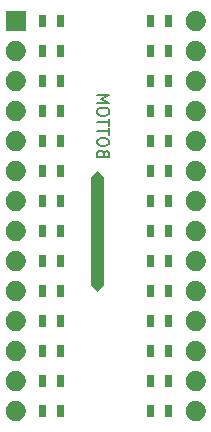
<source format=gbr>
G04 #@! TF.GenerationSoftware,KiCad,Pcbnew,(5.1.6)-1*
G04 #@! TF.CreationDate,2020-12-06T15:05:41+11:00*
G04 #@! TF.ProjectId,EAadaptor,45416164-6170-4746-9f72-2e6b69636164,rev?*
G04 #@! TF.SameCoordinates,Original*
G04 #@! TF.FileFunction,Soldermask,Bot*
G04 #@! TF.FilePolarity,Negative*
%FSLAX46Y46*%
G04 Gerber Fmt 4.6, Leading zero omitted, Abs format (unit mm)*
G04 Created by KiCad (PCBNEW (5.1.6)-1) date 2020-12-06 15:05:41*
%MOMM*%
%LPD*%
G01*
G04 APERTURE LIST*
%ADD10C,0.100000*%
%ADD11C,0.150000*%
G04 APERTURE END LIST*
D10*
G36*
X145034000Y-101346000D02*
G01*
X144526000Y-100838000D01*
X145542000Y-100838000D01*
X145034000Y-101346000D01*
G37*
X145034000Y-101346000D02*
X144526000Y-100838000D01*
X145542000Y-100838000D01*
X145034000Y-101346000D01*
G36*
X145542000Y-91694000D02*
G01*
X144526000Y-91694000D01*
X145034000Y-91186000D01*
X145542000Y-91694000D01*
G37*
X145542000Y-91694000D02*
X144526000Y-91694000D01*
X145034000Y-91186000D01*
X145542000Y-91694000D01*
G36*
X145542000Y-100838000D02*
G01*
X144526000Y-100838000D01*
X144526000Y-91694000D01*
X145542000Y-91694000D01*
X145542000Y-100838000D01*
G37*
X145542000Y-100838000D02*
X144526000Y-100838000D01*
X144526000Y-91694000D01*
X145542000Y-91694000D01*
X145542000Y-100838000D01*
D11*
X145613428Y-89685523D02*
X145565809Y-89542666D01*
X145518190Y-89495047D01*
X145422952Y-89447428D01*
X145280095Y-89447428D01*
X145184857Y-89495047D01*
X145137238Y-89542666D01*
X145089619Y-89637904D01*
X145089619Y-90018857D01*
X146089619Y-90018857D01*
X146089619Y-89685523D01*
X146042000Y-89590285D01*
X145994380Y-89542666D01*
X145899142Y-89495047D01*
X145803904Y-89495047D01*
X145708666Y-89542666D01*
X145661047Y-89590285D01*
X145613428Y-89685523D01*
X145613428Y-90018857D01*
X146089619Y-88828380D02*
X146089619Y-88637904D01*
X146042000Y-88542666D01*
X145946761Y-88447428D01*
X145756285Y-88399809D01*
X145422952Y-88399809D01*
X145232476Y-88447428D01*
X145137238Y-88542666D01*
X145089619Y-88637904D01*
X145089619Y-88828380D01*
X145137238Y-88923619D01*
X145232476Y-89018857D01*
X145422952Y-89066476D01*
X145756285Y-89066476D01*
X145946761Y-89018857D01*
X146042000Y-88923619D01*
X146089619Y-88828380D01*
X146089619Y-88114095D02*
X146089619Y-87542666D01*
X145089619Y-87828380D02*
X146089619Y-87828380D01*
X146089619Y-87352190D02*
X146089619Y-86780761D01*
X145089619Y-87066476D02*
X146089619Y-87066476D01*
X146089619Y-86256952D02*
X146089619Y-86066476D01*
X146042000Y-85971238D01*
X145946761Y-85876000D01*
X145756285Y-85828380D01*
X145422952Y-85828380D01*
X145232476Y-85876000D01*
X145137238Y-85971238D01*
X145089619Y-86066476D01*
X145089619Y-86256952D01*
X145137238Y-86352190D01*
X145232476Y-86447428D01*
X145422952Y-86495047D01*
X145756285Y-86495047D01*
X145946761Y-86447428D01*
X146042000Y-86352190D01*
X146089619Y-86256952D01*
X145089619Y-85399809D02*
X146089619Y-85399809D01*
X145375333Y-85066476D01*
X146089619Y-84733142D01*
X145089619Y-84733142D01*
D10*
G36*
X153664228Y-110687703D02*
G01*
X153819100Y-110751853D01*
X153958481Y-110844985D01*
X154077015Y-110963519D01*
X154170147Y-111102900D01*
X154234297Y-111257772D01*
X154267000Y-111422184D01*
X154267000Y-111589816D01*
X154234297Y-111754228D01*
X154170147Y-111909100D01*
X154077015Y-112048481D01*
X153958481Y-112167015D01*
X153819100Y-112260147D01*
X153664228Y-112324297D01*
X153499816Y-112357000D01*
X153332184Y-112357000D01*
X153167772Y-112324297D01*
X153012900Y-112260147D01*
X152873519Y-112167015D01*
X152754985Y-112048481D01*
X152661853Y-111909100D01*
X152597703Y-111754228D01*
X152565000Y-111589816D01*
X152565000Y-111422184D01*
X152597703Y-111257772D01*
X152661853Y-111102900D01*
X152754985Y-110963519D01*
X152873519Y-110844985D01*
X153012900Y-110751853D01*
X153167772Y-110687703D01*
X153332184Y-110655000D01*
X153499816Y-110655000D01*
X153664228Y-110687703D01*
G37*
G36*
X138424228Y-110687703D02*
G01*
X138579100Y-110751853D01*
X138718481Y-110844985D01*
X138837015Y-110963519D01*
X138930147Y-111102900D01*
X138994297Y-111257772D01*
X139027000Y-111422184D01*
X139027000Y-111589816D01*
X138994297Y-111754228D01*
X138930147Y-111909100D01*
X138837015Y-112048481D01*
X138718481Y-112167015D01*
X138579100Y-112260147D01*
X138424228Y-112324297D01*
X138259816Y-112357000D01*
X138092184Y-112357000D01*
X137927772Y-112324297D01*
X137772900Y-112260147D01*
X137633519Y-112167015D01*
X137514985Y-112048481D01*
X137421853Y-111909100D01*
X137357703Y-111754228D01*
X137325000Y-111589816D01*
X137325000Y-111422184D01*
X137357703Y-111257772D01*
X137421853Y-111102900D01*
X137514985Y-110963519D01*
X137633519Y-110844985D01*
X137772900Y-110751853D01*
X137927772Y-110687703D01*
X138092184Y-110655000D01*
X138259816Y-110655000D01*
X138424228Y-110687703D01*
G37*
G36*
X151419000Y-112007000D02*
G01*
X150817000Y-112007000D01*
X150817000Y-111005000D01*
X151419000Y-111005000D01*
X151419000Y-112007000D01*
G37*
G36*
X149919000Y-112007000D02*
G01*
X149317000Y-112007000D01*
X149317000Y-111005000D01*
X149919000Y-111005000D01*
X149919000Y-112007000D01*
G37*
G36*
X140775000Y-112007000D02*
G01*
X140173000Y-112007000D01*
X140173000Y-111005000D01*
X140775000Y-111005000D01*
X140775000Y-112007000D01*
G37*
G36*
X142275000Y-112007000D02*
G01*
X141673000Y-112007000D01*
X141673000Y-111005000D01*
X142275000Y-111005000D01*
X142275000Y-112007000D01*
G37*
G36*
X138424228Y-108147703D02*
G01*
X138579100Y-108211853D01*
X138718481Y-108304985D01*
X138837015Y-108423519D01*
X138930147Y-108562900D01*
X138994297Y-108717772D01*
X139027000Y-108882184D01*
X139027000Y-109049816D01*
X138994297Y-109214228D01*
X138930147Y-109369100D01*
X138837015Y-109508481D01*
X138718481Y-109627015D01*
X138579100Y-109720147D01*
X138424228Y-109784297D01*
X138259816Y-109817000D01*
X138092184Y-109817000D01*
X137927772Y-109784297D01*
X137772900Y-109720147D01*
X137633519Y-109627015D01*
X137514985Y-109508481D01*
X137421853Y-109369100D01*
X137357703Y-109214228D01*
X137325000Y-109049816D01*
X137325000Y-108882184D01*
X137357703Y-108717772D01*
X137421853Y-108562900D01*
X137514985Y-108423519D01*
X137633519Y-108304985D01*
X137772900Y-108211853D01*
X137927772Y-108147703D01*
X138092184Y-108115000D01*
X138259816Y-108115000D01*
X138424228Y-108147703D01*
G37*
G36*
X153664228Y-108147703D02*
G01*
X153819100Y-108211853D01*
X153958481Y-108304985D01*
X154077015Y-108423519D01*
X154170147Y-108562900D01*
X154234297Y-108717772D01*
X154267000Y-108882184D01*
X154267000Y-109049816D01*
X154234297Y-109214228D01*
X154170147Y-109369100D01*
X154077015Y-109508481D01*
X153958481Y-109627015D01*
X153819100Y-109720147D01*
X153664228Y-109784297D01*
X153499816Y-109817000D01*
X153332184Y-109817000D01*
X153167772Y-109784297D01*
X153012900Y-109720147D01*
X152873519Y-109627015D01*
X152754985Y-109508481D01*
X152661853Y-109369100D01*
X152597703Y-109214228D01*
X152565000Y-109049816D01*
X152565000Y-108882184D01*
X152597703Y-108717772D01*
X152661853Y-108562900D01*
X152754985Y-108423519D01*
X152873519Y-108304985D01*
X153012900Y-108211853D01*
X153167772Y-108147703D01*
X153332184Y-108115000D01*
X153499816Y-108115000D01*
X153664228Y-108147703D01*
G37*
G36*
X151419000Y-109467000D02*
G01*
X150817000Y-109467000D01*
X150817000Y-108465000D01*
X151419000Y-108465000D01*
X151419000Y-109467000D01*
G37*
G36*
X149919000Y-109467000D02*
G01*
X149317000Y-109467000D01*
X149317000Y-108465000D01*
X149919000Y-108465000D01*
X149919000Y-109467000D01*
G37*
G36*
X140775000Y-109467000D02*
G01*
X140173000Y-109467000D01*
X140173000Y-108465000D01*
X140775000Y-108465000D01*
X140775000Y-109467000D01*
G37*
G36*
X142275000Y-109467000D02*
G01*
X141673000Y-109467000D01*
X141673000Y-108465000D01*
X142275000Y-108465000D01*
X142275000Y-109467000D01*
G37*
G36*
X138424228Y-105607703D02*
G01*
X138579100Y-105671853D01*
X138718481Y-105764985D01*
X138837015Y-105883519D01*
X138930147Y-106022900D01*
X138994297Y-106177772D01*
X139027000Y-106342184D01*
X139027000Y-106509816D01*
X138994297Y-106674228D01*
X138930147Y-106829100D01*
X138837015Y-106968481D01*
X138718481Y-107087015D01*
X138579100Y-107180147D01*
X138424228Y-107244297D01*
X138259816Y-107277000D01*
X138092184Y-107277000D01*
X137927772Y-107244297D01*
X137772900Y-107180147D01*
X137633519Y-107087015D01*
X137514985Y-106968481D01*
X137421853Y-106829100D01*
X137357703Y-106674228D01*
X137325000Y-106509816D01*
X137325000Y-106342184D01*
X137357703Y-106177772D01*
X137421853Y-106022900D01*
X137514985Y-105883519D01*
X137633519Y-105764985D01*
X137772900Y-105671853D01*
X137927772Y-105607703D01*
X138092184Y-105575000D01*
X138259816Y-105575000D01*
X138424228Y-105607703D01*
G37*
G36*
X153664228Y-105607703D02*
G01*
X153819100Y-105671853D01*
X153958481Y-105764985D01*
X154077015Y-105883519D01*
X154170147Y-106022900D01*
X154234297Y-106177772D01*
X154267000Y-106342184D01*
X154267000Y-106509816D01*
X154234297Y-106674228D01*
X154170147Y-106829100D01*
X154077015Y-106968481D01*
X153958481Y-107087015D01*
X153819100Y-107180147D01*
X153664228Y-107244297D01*
X153499816Y-107277000D01*
X153332184Y-107277000D01*
X153167772Y-107244297D01*
X153012900Y-107180147D01*
X152873519Y-107087015D01*
X152754985Y-106968481D01*
X152661853Y-106829100D01*
X152597703Y-106674228D01*
X152565000Y-106509816D01*
X152565000Y-106342184D01*
X152597703Y-106177772D01*
X152661853Y-106022900D01*
X152754985Y-105883519D01*
X152873519Y-105764985D01*
X153012900Y-105671853D01*
X153167772Y-105607703D01*
X153332184Y-105575000D01*
X153499816Y-105575000D01*
X153664228Y-105607703D01*
G37*
G36*
X142275000Y-106927000D02*
G01*
X141673000Y-106927000D01*
X141673000Y-105925000D01*
X142275000Y-105925000D01*
X142275000Y-106927000D01*
G37*
G36*
X140775000Y-106927000D02*
G01*
X140173000Y-106927000D01*
X140173000Y-105925000D01*
X140775000Y-105925000D01*
X140775000Y-106927000D01*
G37*
G36*
X149919000Y-106927000D02*
G01*
X149317000Y-106927000D01*
X149317000Y-105925000D01*
X149919000Y-105925000D01*
X149919000Y-106927000D01*
G37*
G36*
X151419000Y-106927000D02*
G01*
X150817000Y-106927000D01*
X150817000Y-105925000D01*
X151419000Y-105925000D01*
X151419000Y-106927000D01*
G37*
G36*
X138424228Y-103067703D02*
G01*
X138579100Y-103131853D01*
X138718481Y-103224985D01*
X138837015Y-103343519D01*
X138930147Y-103482900D01*
X138994297Y-103637772D01*
X139027000Y-103802184D01*
X139027000Y-103969816D01*
X138994297Y-104134228D01*
X138930147Y-104289100D01*
X138837015Y-104428481D01*
X138718481Y-104547015D01*
X138579100Y-104640147D01*
X138424228Y-104704297D01*
X138259816Y-104737000D01*
X138092184Y-104737000D01*
X137927772Y-104704297D01*
X137772900Y-104640147D01*
X137633519Y-104547015D01*
X137514985Y-104428481D01*
X137421853Y-104289100D01*
X137357703Y-104134228D01*
X137325000Y-103969816D01*
X137325000Y-103802184D01*
X137357703Y-103637772D01*
X137421853Y-103482900D01*
X137514985Y-103343519D01*
X137633519Y-103224985D01*
X137772900Y-103131853D01*
X137927772Y-103067703D01*
X138092184Y-103035000D01*
X138259816Y-103035000D01*
X138424228Y-103067703D01*
G37*
G36*
X153664228Y-103067703D02*
G01*
X153819100Y-103131853D01*
X153958481Y-103224985D01*
X154077015Y-103343519D01*
X154170147Y-103482900D01*
X154234297Y-103637772D01*
X154267000Y-103802184D01*
X154267000Y-103969816D01*
X154234297Y-104134228D01*
X154170147Y-104289100D01*
X154077015Y-104428481D01*
X153958481Y-104547015D01*
X153819100Y-104640147D01*
X153664228Y-104704297D01*
X153499816Y-104737000D01*
X153332184Y-104737000D01*
X153167772Y-104704297D01*
X153012900Y-104640147D01*
X152873519Y-104547015D01*
X152754985Y-104428481D01*
X152661853Y-104289100D01*
X152597703Y-104134228D01*
X152565000Y-103969816D01*
X152565000Y-103802184D01*
X152597703Y-103637772D01*
X152661853Y-103482900D01*
X152754985Y-103343519D01*
X152873519Y-103224985D01*
X153012900Y-103131853D01*
X153167772Y-103067703D01*
X153332184Y-103035000D01*
X153499816Y-103035000D01*
X153664228Y-103067703D01*
G37*
G36*
X149919000Y-104387000D02*
G01*
X149317000Y-104387000D01*
X149317000Y-103385000D01*
X149919000Y-103385000D01*
X149919000Y-104387000D01*
G37*
G36*
X140775000Y-104387000D02*
G01*
X140173000Y-104387000D01*
X140173000Y-103385000D01*
X140775000Y-103385000D01*
X140775000Y-104387000D01*
G37*
G36*
X151419000Y-104387000D02*
G01*
X150817000Y-104387000D01*
X150817000Y-103385000D01*
X151419000Y-103385000D01*
X151419000Y-104387000D01*
G37*
G36*
X142275000Y-104387000D02*
G01*
X141673000Y-104387000D01*
X141673000Y-103385000D01*
X142275000Y-103385000D01*
X142275000Y-104387000D01*
G37*
G36*
X138424228Y-100527703D02*
G01*
X138579100Y-100591853D01*
X138718481Y-100684985D01*
X138837015Y-100803519D01*
X138930147Y-100942900D01*
X138994297Y-101097772D01*
X139027000Y-101262184D01*
X139027000Y-101429816D01*
X138994297Y-101594228D01*
X138930147Y-101749100D01*
X138837015Y-101888481D01*
X138718481Y-102007015D01*
X138579100Y-102100147D01*
X138424228Y-102164297D01*
X138259816Y-102197000D01*
X138092184Y-102197000D01*
X137927772Y-102164297D01*
X137772900Y-102100147D01*
X137633519Y-102007015D01*
X137514985Y-101888481D01*
X137421853Y-101749100D01*
X137357703Y-101594228D01*
X137325000Y-101429816D01*
X137325000Y-101262184D01*
X137357703Y-101097772D01*
X137421853Y-100942900D01*
X137514985Y-100803519D01*
X137633519Y-100684985D01*
X137772900Y-100591853D01*
X137927772Y-100527703D01*
X138092184Y-100495000D01*
X138259816Y-100495000D01*
X138424228Y-100527703D01*
G37*
G36*
X153664228Y-100527703D02*
G01*
X153819100Y-100591853D01*
X153958481Y-100684985D01*
X154077015Y-100803519D01*
X154170147Y-100942900D01*
X154234297Y-101097772D01*
X154267000Y-101262184D01*
X154267000Y-101429816D01*
X154234297Y-101594228D01*
X154170147Y-101749100D01*
X154077015Y-101888481D01*
X153958481Y-102007015D01*
X153819100Y-102100147D01*
X153664228Y-102164297D01*
X153499816Y-102197000D01*
X153332184Y-102197000D01*
X153167772Y-102164297D01*
X153012900Y-102100147D01*
X152873519Y-102007015D01*
X152754985Y-101888481D01*
X152661853Y-101749100D01*
X152597703Y-101594228D01*
X152565000Y-101429816D01*
X152565000Y-101262184D01*
X152597703Y-101097772D01*
X152661853Y-100942900D01*
X152754985Y-100803519D01*
X152873519Y-100684985D01*
X153012900Y-100591853D01*
X153167772Y-100527703D01*
X153332184Y-100495000D01*
X153499816Y-100495000D01*
X153664228Y-100527703D01*
G37*
G36*
X149919000Y-101847000D02*
G01*
X149317000Y-101847000D01*
X149317000Y-100845000D01*
X149919000Y-100845000D01*
X149919000Y-101847000D01*
G37*
G36*
X142275000Y-101847000D02*
G01*
X141673000Y-101847000D01*
X141673000Y-100845000D01*
X142275000Y-100845000D01*
X142275000Y-101847000D01*
G37*
G36*
X140775000Y-101847000D02*
G01*
X140173000Y-101847000D01*
X140173000Y-100845000D01*
X140775000Y-100845000D01*
X140775000Y-101847000D01*
G37*
G36*
X151419000Y-101847000D02*
G01*
X150817000Y-101847000D01*
X150817000Y-100845000D01*
X151419000Y-100845000D01*
X151419000Y-101847000D01*
G37*
G36*
X153664228Y-97987703D02*
G01*
X153819100Y-98051853D01*
X153958481Y-98144985D01*
X154077015Y-98263519D01*
X154170147Y-98402900D01*
X154234297Y-98557772D01*
X154267000Y-98722184D01*
X154267000Y-98889816D01*
X154234297Y-99054228D01*
X154170147Y-99209100D01*
X154077015Y-99348481D01*
X153958481Y-99467015D01*
X153819100Y-99560147D01*
X153664228Y-99624297D01*
X153499816Y-99657000D01*
X153332184Y-99657000D01*
X153167772Y-99624297D01*
X153012900Y-99560147D01*
X152873519Y-99467015D01*
X152754985Y-99348481D01*
X152661853Y-99209100D01*
X152597703Y-99054228D01*
X152565000Y-98889816D01*
X152565000Y-98722184D01*
X152597703Y-98557772D01*
X152661853Y-98402900D01*
X152754985Y-98263519D01*
X152873519Y-98144985D01*
X153012900Y-98051853D01*
X153167772Y-97987703D01*
X153332184Y-97955000D01*
X153499816Y-97955000D01*
X153664228Y-97987703D01*
G37*
G36*
X138424228Y-97987703D02*
G01*
X138579100Y-98051853D01*
X138718481Y-98144985D01*
X138837015Y-98263519D01*
X138930147Y-98402900D01*
X138994297Y-98557772D01*
X139027000Y-98722184D01*
X139027000Y-98889816D01*
X138994297Y-99054228D01*
X138930147Y-99209100D01*
X138837015Y-99348481D01*
X138718481Y-99467015D01*
X138579100Y-99560147D01*
X138424228Y-99624297D01*
X138259816Y-99657000D01*
X138092184Y-99657000D01*
X137927772Y-99624297D01*
X137772900Y-99560147D01*
X137633519Y-99467015D01*
X137514985Y-99348481D01*
X137421853Y-99209100D01*
X137357703Y-99054228D01*
X137325000Y-98889816D01*
X137325000Y-98722184D01*
X137357703Y-98557772D01*
X137421853Y-98402900D01*
X137514985Y-98263519D01*
X137633519Y-98144985D01*
X137772900Y-98051853D01*
X137927772Y-97987703D01*
X138092184Y-97955000D01*
X138259816Y-97955000D01*
X138424228Y-97987703D01*
G37*
G36*
X149919000Y-99307000D02*
G01*
X149317000Y-99307000D01*
X149317000Y-98305000D01*
X149919000Y-98305000D01*
X149919000Y-99307000D01*
G37*
G36*
X140775000Y-99307000D02*
G01*
X140173000Y-99307000D01*
X140173000Y-98305000D01*
X140775000Y-98305000D01*
X140775000Y-99307000D01*
G37*
G36*
X142275000Y-99307000D02*
G01*
X141673000Y-99307000D01*
X141673000Y-98305000D01*
X142275000Y-98305000D01*
X142275000Y-99307000D01*
G37*
G36*
X151419000Y-99307000D02*
G01*
X150817000Y-99307000D01*
X150817000Y-98305000D01*
X151419000Y-98305000D01*
X151419000Y-99307000D01*
G37*
G36*
X153664228Y-95447703D02*
G01*
X153819100Y-95511853D01*
X153958481Y-95604985D01*
X154077015Y-95723519D01*
X154170147Y-95862900D01*
X154234297Y-96017772D01*
X154267000Y-96182184D01*
X154267000Y-96349816D01*
X154234297Y-96514228D01*
X154170147Y-96669100D01*
X154077015Y-96808481D01*
X153958481Y-96927015D01*
X153819100Y-97020147D01*
X153664228Y-97084297D01*
X153499816Y-97117000D01*
X153332184Y-97117000D01*
X153167772Y-97084297D01*
X153012900Y-97020147D01*
X152873519Y-96927015D01*
X152754985Y-96808481D01*
X152661853Y-96669100D01*
X152597703Y-96514228D01*
X152565000Y-96349816D01*
X152565000Y-96182184D01*
X152597703Y-96017772D01*
X152661853Y-95862900D01*
X152754985Y-95723519D01*
X152873519Y-95604985D01*
X153012900Y-95511853D01*
X153167772Y-95447703D01*
X153332184Y-95415000D01*
X153499816Y-95415000D01*
X153664228Y-95447703D01*
G37*
G36*
X138424228Y-95447703D02*
G01*
X138579100Y-95511853D01*
X138718481Y-95604985D01*
X138837015Y-95723519D01*
X138930147Y-95862900D01*
X138994297Y-96017772D01*
X139027000Y-96182184D01*
X139027000Y-96349816D01*
X138994297Y-96514228D01*
X138930147Y-96669100D01*
X138837015Y-96808481D01*
X138718481Y-96927015D01*
X138579100Y-97020147D01*
X138424228Y-97084297D01*
X138259816Y-97117000D01*
X138092184Y-97117000D01*
X137927772Y-97084297D01*
X137772900Y-97020147D01*
X137633519Y-96927015D01*
X137514985Y-96808481D01*
X137421853Y-96669100D01*
X137357703Y-96514228D01*
X137325000Y-96349816D01*
X137325000Y-96182184D01*
X137357703Y-96017772D01*
X137421853Y-95862900D01*
X137514985Y-95723519D01*
X137633519Y-95604985D01*
X137772900Y-95511853D01*
X137927772Y-95447703D01*
X138092184Y-95415000D01*
X138259816Y-95415000D01*
X138424228Y-95447703D01*
G37*
G36*
X149919000Y-96767000D02*
G01*
X149317000Y-96767000D01*
X149317000Y-95765000D01*
X149919000Y-95765000D01*
X149919000Y-96767000D01*
G37*
G36*
X151419000Y-96767000D02*
G01*
X150817000Y-96767000D01*
X150817000Y-95765000D01*
X151419000Y-95765000D01*
X151419000Y-96767000D01*
G37*
G36*
X142275000Y-96767000D02*
G01*
X141673000Y-96767000D01*
X141673000Y-95765000D01*
X142275000Y-95765000D01*
X142275000Y-96767000D01*
G37*
G36*
X140775000Y-96767000D02*
G01*
X140173000Y-96767000D01*
X140173000Y-95765000D01*
X140775000Y-95765000D01*
X140775000Y-96767000D01*
G37*
G36*
X138424228Y-92907703D02*
G01*
X138579100Y-92971853D01*
X138718481Y-93064985D01*
X138837015Y-93183519D01*
X138930147Y-93322900D01*
X138994297Y-93477772D01*
X139027000Y-93642184D01*
X139027000Y-93809816D01*
X138994297Y-93974228D01*
X138930147Y-94129100D01*
X138837015Y-94268481D01*
X138718481Y-94387015D01*
X138579100Y-94480147D01*
X138424228Y-94544297D01*
X138259816Y-94577000D01*
X138092184Y-94577000D01*
X137927772Y-94544297D01*
X137772900Y-94480147D01*
X137633519Y-94387015D01*
X137514985Y-94268481D01*
X137421853Y-94129100D01*
X137357703Y-93974228D01*
X137325000Y-93809816D01*
X137325000Y-93642184D01*
X137357703Y-93477772D01*
X137421853Y-93322900D01*
X137514985Y-93183519D01*
X137633519Y-93064985D01*
X137772900Y-92971853D01*
X137927772Y-92907703D01*
X138092184Y-92875000D01*
X138259816Y-92875000D01*
X138424228Y-92907703D01*
G37*
G36*
X153664228Y-92907703D02*
G01*
X153819100Y-92971853D01*
X153958481Y-93064985D01*
X154077015Y-93183519D01*
X154170147Y-93322900D01*
X154234297Y-93477772D01*
X154267000Y-93642184D01*
X154267000Y-93809816D01*
X154234297Y-93974228D01*
X154170147Y-94129100D01*
X154077015Y-94268481D01*
X153958481Y-94387015D01*
X153819100Y-94480147D01*
X153664228Y-94544297D01*
X153499816Y-94577000D01*
X153332184Y-94577000D01*
X153167772Y-94544297D01*
X153012900Y-94480147D01*
X152873519Y-94387015D01*
X152754985Y-94268481D01*
X152661853Y-94129100D01*
X152597703Y-93974228D01*
X152565000Y-93809816D01*
X152565000Y-93642184D01*
X152597703Y-93477772D01*
X152661853Y-93322900D01*
X152754985Y-93183519D01*
X152873519Y-93064985D01*
X153012900Y-92971853D01*
X153167772Y-92907703D01*
X153332184Y-92875000D01*
X153499816Y-92875000D01*
X153664228Y-92907703D01*
G37*
G36*
X151419000Y-94227000D02*
G01*
X150817000Y-94227000D01*
X150817000Y-93225000D01*
X151419000Y-93225000D01*
X151419000Y-94227000D01*
G37*
G36*
X140775000Y-94227000D02*
G01*
X140173000Y-94227000D01*
X140173000Y-93225000D01*
X140775000Y-93225000D01*
X140775000Y-94227000D01*
G37*
G36*
X149919000Y-94227000D02*
G01*
X149317000Y-94227000D01*
X149317000Y-93225000D01*
X149919000Y-93225000D01*
X149919000Y-94227000D01*
G37*
G36*
X142275000Y-94227000D02*
G01*
X141673000Y-94227000D01*
X141673000Y-93225000D01*
X142275000Y-93225000D01*
X142275000Y-94227000D01*
G37*
G36*
X153664228Y-90367703D02*
G01*
X153819100Y-90431853D01*
X153958481Y-90524985D01*
X154077015Y-90643519D01*
X154170147Y-90782900D01*
X154234297Y-90937772D01*
X154267000Y-91102184D01*
X154267000Y-91269816D01*
X154234297Y-91434228D01*
X154170147Y-91589100D01*
X154077015Y-91728481D01*
X153958481Y-91847015D01*
X153819100Y-91940147D01*
X153664228Y-92004297D01*
X153499816Y-92037000D01*
X153332184Y-92037000D01*
X153167772Y-92004297D01*
X153012900Y-91940147D01*
X152873519Y-91847015D01*
X152754985Y-91728481D01*
X152661853Y-91589100D01*
X152597703Y-91434228D01*
X152565000Y-91269816D01*
X152565000Y-91102184D01*
X152597703Y-90937772D01*
X152661853Y-90782900D01*
X152754985Y-90643519D01*
X152873519Y-90524985D01*
X153012900Y-90431853D01*
X153167772Y-90367703D01*
X153332184Y-90335000D01*
X153499816Y-90335000D01*
X153664228Y-90367703D01*
G37*
G36*
X138424228Y-90367703D02*
G01*
X138579100Y-90431853D01*
X138718481Y-90524985D01*
X138837015Y-90643519D01*
X138930147Y-90782900D01*
X138994297Y-90937772D01*
X139027000Y-91102184D01*
X139027000Y-91269816D01*
X138994297Y-91434228D01*
X138930147Y-91589100D01*
X138837015Y-91728481D01*
X138718481Y-91847015D01*
X138579100Y-91940147D01*
X138424228Y-92004297D01*
X138259816Y-92037000D01*
X138092184Y-92037000D01*
X137927772Y-92004297D01*
X137772900Y-91940147D01*
X137633519Y-91847015D01*
X137514985Y-91728481D01*
X137421853Y-91589100D01*
X137357703Y-91434228D01*
X137325000Y-91269816D01*
X137325000Y-91102184D01*
X137357703Y-90937772D01*
X137421853Y-90782900D01*
X137514985Y-90643519D01*
X137633519Y-90524985D01*
X137772900Y-90431853D01*
X137927772Y-90367703D01*
X138092184Y-90335000D01*
X138259816Y-90335000D01*
X138424228Y-90367703D01*
G37*
G36*
X140775000Y-91687000D02*
G01*
X140173000Y-91687000D01*
X140173000Y-90685000D01*
X140775000Y-90685000D01*
X140775000Y-91687000D01*
G37*
G36*
X151419000Y-91687000D02*
G01*
X150817000Y-91687000D01*
X150817000Y-90685000D01*
X151419000Y-90685000D01*
X151419000Y-91687000D01*
G37*
G36*
X149919000Y-91687000D02*
G01*
X149317000Y-91687000D01*
X149317000Y-90685000D01*
X149919000Y-90685000D01*
X149919000Y-91687000D01*
G37*
G36*
X142275000Y-91687000D02*
G01*
X141673000Y-91687000D01*
X141673000Y-90685000D01*
X142275000Y-90685000D01*
X142275000Y-91687000D01*
G37*
G36*
X138424228Y-87827703D02*
G01*
X138579100Y-87891853D01*
X138718481Y-87984985D01*
X138837015Y-88103519D01*
X138930147Y-88242900D01*
X138994297Y-88397772D01*
X139027000Y-88562184D01*
X139027000Y-88729816D01*
X138994297Y-88894228D01*
X138930147Y-89049100D01*
X138837015Y-89188481D01*
X138718481Y-89307015D01*
X138579100Y-89400147D01*
X138424228Y-89464297D01*
X138259816Y-89497000D01*
X138092184Y-89497000D01*
X137927772Y-89464297D01*
X137772900Y-89400147D01*
X137633519Y-89307015D01*
X137514985Y-89188481D01*
X137421853Y-89049100D01*
X137357703Y-88894228D01*
X137325000Y-88729816D01*
X137325000Y-88562184D01*
X137357703Y-88397772D01*
X137421853Y-88242900D01*
X137514985Y-88103519D01*
X137633519Y-87984985D01*
X137772900Y-87891853D01*
X137927772Y-87827703D01*
X138092184Y-87795000D01*
X138259816Y-87795000D01*
X138424228Y-87827703D01*
G37*
G36*
X153664228Y-87827703D02*
G01*
X153819100Y-87891853D01*
X153958481Y-87984985D01*
X154077015Y-88103519D01*
X154170147Y-88242900D01*
X154234297Y-88397772D01*
X154267000Y-88562184D01*
X154267000Y-88729816D01*
X154234297Y-88894228D01*
X154170147Y-89049100D01*
X154077015Y-89188481D01*
X153958481Y-89307015D01*
X153819100Y-89400147D01*
X153664228Y-89464297D01*
X153499816Y-89497000D01*
X153332184Y-89497000D01*
X153167772Y-89464297D01*
X153012900Y-89400147D01*
X152873519Y-89307015D01*
X152754985Y-89188481D01*
X152661853Y-89049100D01*
X152597703Y-88894228D01*
X152565000Y-88729816D01*
X152565000Y-88562184D01*
X152597703Y-88397772D01*
X152661853Y-88242900D01*
X152754985Y-88103519D01*
X152873519Y-87984985D01*
X153012900Y-87891853D01*
X153167772Y-87827703D01*
X153332184Y-87795000D01*
X153499816Y-87795000D01*
X153664228Y-87827703D01*
G37*
G36*
X149919000Y-89147000D02*
G01*
X149317000Y-89147000D01*
X149317000Y-88145000D01*
X149919000Y-88145000D01*
X149919000Y-89147000D01*
G37*
G36*
X142275000Y-89147000D02*
G01*
X141673000Y-89147000D01*
X141673000Y-88145000D01*
X142275000Y-88145000D01*
X142275000Y-89147000D01*
G37*
G36*
X140775000Y-89147000D02*
G01*
X140173000Y-89147000D01*
X140173000Y-88145000D01*
X140775000Y-88145000D01*
X140775000Y-89147000D01*
G37*
G36*
X151419000Y-89147000D02*
G01*
X150817000Y-89147000D01*
X150817000Y-88145000D01*
X151419000Y-88145000D01*
X151419000Y-89147000D01*
G37*
G36*
X153664228Y-85287703D02*
G01*
X153819100Y-85351853D01*
X153958481Y-85444985D01*
X154077015Y-85563519D01*
X154170147Y-85702900D01*
X154234297Y-85857772D01*
X154267000Y-86022184D01*
X154267000Y-86189816D01*
X154234297Y-86354228D01*
X154170147Y-86509100D01*
X154077015Y-86648481D01*
X153958481Y-86767015D01*
X153819100Y-86860147D01*
X153664228Y-86924297D01*
X153499816Y-86957000D01*
X153332184Y-86957000D01*
X153167772Y-86924297D01*
X153012900Y-86860147D01*
X152873519Y-86767015D01*
X152754985Y-86648481D01*
X152661853Y-86509100D01*
X152597703Y-86354228D01*
X152565000Y-86189816D01*
X152565000Y-86022184D01*
X152597703Y-85857772D01*
X152661853Y-85702900D01*
X152754985Y-85563519D01*
X152873519Y-85444985D01*
X153012900Y-85351853D01*
X153167772Y-85287703D01*
X153332184Y-85255000D01*
X153499816Y-85255000D01*
X153664228Y-85287703D01*
G37*
G36*
X138424228Y-85287703D02*
G01*
X138579100Y-85351853D01*
X138718481Y-85444985D01*
X138837015Y-85563519D01*
X138930147Y-85702900D01*
X138994297Y-85857772D01*
X139027000Y-86022184D01*
X139027000Y-86189816D01*
X138994297Y-86354228D01*
X138930147Y-86509100D01*
X138837015Y-86648481D01*
X138718481Y-86767015D01*
X138579100Y-86860147D01*
X138424228Y-86924297D01*
X138259816Y-86957000D01*
X138092184Y-86957000D01*
X137927772Y-86924297D01*
X137772900Y-86860147D01*
X137633519Y-86767015D01*
X137514985Y-86648481D01*
X137421853Y-86509100D01*
X137357703Y-86354228D01*
X137325000Y-86189816D01*
X137325000Y-86022184D01*
X137357703Y-85857772D01*
X137421853Y-85702900D01*
X137514985Y-85563519D01*
X137633519Y-85444985D01*
X137772900Y-85351853D01*
X137927772Y-85287703D01*
X138092184Y-85255000D01*
X138259816Y-85255000D01*
X138424228Y-85287703D01*
G37*
G36*
X151419000Y-86607000D02*
G01*
X150817000Y-86607000D01*
X150817000Y-85605000D01*
X151419000Y-85605000D01*
X151419000Y-86607000D01*
G37*
G36*
X140775000Y-86607000D02*
G01*
X140173000Y-86607000D01*
X140173000Y-85605000D01*
X140775000Y-85605000D01*
X140775000Y-86607000D01*
G37*
G36*
X142275000Y-86607000D02*
G01*
X141673000Y-86607000D01*
X141673000Y-85605000D01*
X142275000Y-85605000D01*
X142275000Y-86607000D01*
G37*
G36*
X149919000Y-86607000D02*
G01*
X149317000Y-86607000D01*
X149317000Y-85605000D01*
X149919000Y-85605000D01*
X149919000Y-86607000D01*
G37*
G36*
X153664228Y-82747703D02*
G01*
X153819100Y-82811853D01*
X153958481Y-82904985D01*
X154077015Y-83023519D01*
X154170147Y-83162900D01*
X154234297Y-83317772D01*
X154267000Y-83482184D01*
X154267000Y-83649816D01*
X154234297Y-83814228D01*
X154170147Y-83969100D01*
X154077015Y-84108481D01*
X153958481Y-84227015D01*
X153819100Y-84320147D01*
X153664228Y-84384297D01*
X153499816Y-84417000D01*
X153332184Y-84417000D01*
X153167772Y-84384297D01*
X153012900Y-84320147D01*
X152873519Y-84227015D01*
X152754985Y-84108481D01*
X152661853Y-83969100D01*
X152597703Y-83814228D01*
X152565000Y-83649816D01*
X152565000Y-83482184D01*
X152597703Y-83317772D01*
X152661853Y-83162900D01*
X152754985Y-83023519D01*
X152873519Y-82904985D01*
X153012900Y-82811853D01*
X153167772Y-82747703D01*
X153332184Y-82715000D01*
X153499816Y-82715000D01*
X153664228Y-82747703D01*
G37*
G36*
X138424228Y-82747703D02*
G01*
X138579100Y-82811853D01*
X138718481Y-82904985D01*
X138837015Y-83023519D01*
X138930147Y-83162900D01*
X138994297Y-83317772D01*
X139027000Y-83482184D01*
X139027000Y-83649816D01*
X138994297Y-83814228D01*
X138930147Y-83969100D01*
X138837015Y-84108481D01*
X138718481Y-84227015D01*
X138579100Y-84320147D01*
X138424228Y-84384297D01*
X138259816Y-84417000D01*
X138092184Y-84417000D01*
X137927772Y-84384297D01*
X137772900Y-84320147D01*
X137633519Y-84227015D01*
X137514985Y-84108481D01*
X137421853Y-83969100D01*
X137357703Y-83814228D01*
X137325000Y-83649816D01*
X137325000Y-83482184D01*
X137357703Y-83317772D01*
X137421853Y-83162900D01*
X137514985Y-83023519D01*
X137633519Y-82904985D01*
X137772900Y-82811853D01*
X137927772Y-82747703D01*
X138092184Y-82715000D01*
X138259816Y-82715000D01*
X138424228Y-82747703D01*
G37*
G36*
X140775000Y-84067000D02*
G01*
X140173000Y-84067000D01*
X140173000Y-83065000D01*
X140775000Y-83065000D01*
X140775000Y-84067000D01*
G37*
G36*
X151419000Y-84067000D02*
G01*
X150817000Y-84067000D01*
X150817000Y-83065000D01*
X151419000Y-83065000D01*
X151419000Y-84067000D01*
G37*
G36*
X149919000Y-84067000D02*
G01*
X149317000Y-84067000D01*
X149317000Y-83065000D01*
X149919000Y-83065000D01*
X149919000Y-84067000D01*
G37*
G36*
X142275000Y-84067000D02*
G01*
X141673000Y-84067000D01*
X141673000Y-83065000D01*
X142275000Y-83065000D01*
X142275000Y-84067000D01*
G37*
G36*
X153664228Y-80207703D02*
G01*
X153819100Y-80271853D01*
X153958481Y-80364985D01*
X154077015Y-80483519D01*
X154170147Y-80622900D01*
X154234297Y-80777772D01*
X154267000Y-80942184D01*
X154267000Y-81109816D01*
X154234297Y-81274228D01*
X154170147Y-81429100D01*
X154077015Y-81568481D01*
X153958481Y-81687015D01*
X153819100Y-81780147D01*
X153664228Y-81844297D01*
X153499816Y-81877000D01*
X153332184Y-81877000D01*
X153167772Y-81844297D01*
X153012900Y-81780147D01*
X152873519Y-81687015D01*
X152754985Y-81568481D01*
X152661853Y-81429100D01*
X152597703Y-81274228D01*
X152565000Y-81109816D01*
X152565000Y-80942184D01*
X152597703Y-80777772D01*
X152661853Y-80622900D01*
X152754985Y-80483519D01*
X152873519Y-80364985D01*
X153012900Y-80271853D01*
X153167772Y-80207703D01*
X153332184Y-80175000D01*
X153499816Y-80175000D01*
X153664228Y-80207703D01*
G37*
G36*
X138424228Y-80207703D02*
G01*
X138579100Y-80271853D01*
X138718481Y-80364985D01*
X138837015Y-80483519D01*
X138930147Y-80622900D01*
X138994297Y-80777772D01*
X139027000Y-80942184D01*
X139027000Y-81109816D01*
X138994297Y-81274228D01*
X138930147Y-81429100D01*
X138837015Y-81568481D01*
X138718481Y-81687015D01*
X138579100Y-81780147D01*
X138424228Y-81844297D01*
X138259816Y-81877000D01*
X138092184Y-81877000D01*
X137927772Y-81844297D01*
X137772900Y-81780147D01*
X137633519Y-81687015D01*
X137514985Y-81568481D01*
X137421853Y-81429100D01*
X137357703Y-81274228D01*
X137325000Y-81109816D01*
X137325000Y-80942184D01*
X137357703Y-80777772D01*
X137421853Y-80622900D01*
X137514985Y-80483519D01*
X137633519Y-80364985D01*
X137772900Y-80271853D01*
X137927772Y-80207703D01*
X138092184Y-80175000D01*
X138259816Y-80175000D01*
X138424228Y-80207703D01*
G37*
G36*
X149919000Y-81527000D02*
G01*
X149317000Y-81527000D01*
X149317000Y-80525000D01*
X149919000Y-80525000D01*
X149919000Y-81527000D01*
G37*
G36*
X140775000Y-81527000D02*
G01*
X140173000Y-81527000D01*
X140173000Y-80525000D01*
X140775000Y-80525000D01*
X140775000Y-81527000D01*
G37*
G36*
X142275000Y-81527000D02*
G01*
X141673000Y-81527000D01*
X141673000Y-80525000D01*
X142275000Y-80525000D01*
X142275000Y-81527000D01*
G37*
G36*
X151419000Y-81527000D02*
G01*
X150817000Y-81527000D01*
X150817000Y-80525000D01*
X151419000Y-80525000D01*
X151419000Y-81527000D01*
G37*
G36*
X153664228Y-77667703D02*
G01*
X153819100Y-77731853D01*
X153958481Y-77824985D01*
X154077015Y-77943519D01*
X154170147Y-78082900D01*
X154234297Y-78237772D01*
X154267000Y-78402184D01*
X154267000Y-78569816D01*
X154234297Y-78734228D01*
X154170147Y-78889100D01*
X154077015Y-79028481D01*
X153958481Y-79147015D01*
X153819100Y-79240147D01*
X153664228Y-79304297D01*
X153499816Y-79337000D01*
X153332184Y-79337000D01*
X153167772Y-79304297D01*
X153012900Y-79240147D01*
X152873519Y-79147015D01*
X152754985Y-79028481D01*
X152661853Y-78889100D01*
X152597703Y-78734228D01*
X152565000Y-78569816D01*
X152565000Y-78402184D01*
X152597703Y-78237772D01*
X152661853Y-78082900D01*
X152754985Y-77943519D01*
X152873519Y-77824985D01*
X153012900Y-77731853D01*
X153167772Y-77667703D01*
X153332184Y-77635000D01*
X153499816Y-77635000D01*
X153664228Y-77667703D01*
G37*
G36*
X139027000Y-79337000D02*
G01*
X137325000Y-79337000D01*
X137325000Y-77635000D01*
X139027000Y-77635000D01*
X139027000Y-79337000D01*
G37*
G36*
X151419000Y-78987000D02*
G01*
X150817000Y-78987000D01*
X150817000Y-77985000D01*
X151419000Y-77985000D01*
X151419000Y-78987000D01*
G37*
G36*
X149919000Y-78987000D02*
G01*
X149317000Y-78987000D01*
X149317000Y-77985000D01*
X149919000Y-77985000D01*
X149919000Y-78987000D01*
G37*
G36*
X140775000Y-78987000D02*
G01*
X140173000Y-78987000D01*
X140173000Y-77985000D01*
X140775000Y-77985000D01*
X140775000Y-78987000D01*
G37*
G36*
X142275000Y-78987000D02*
G01*
X141673000Y-78987000D01*
X141673000Y-77985000D01*
X142275000Y-77985000D01*
X142275000Y-78987000D01*
G37*
M02*

</source>
